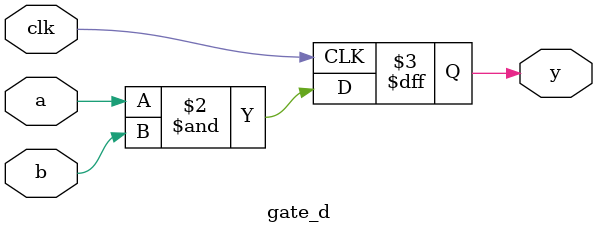
<source format=v>
`timescale 1ns / 1ps


module gate_d(
input a,b,
input clk,
output reg y
);
always @(posedge clk)begin
 y<=a&b;
end     
endmodule

</source>
